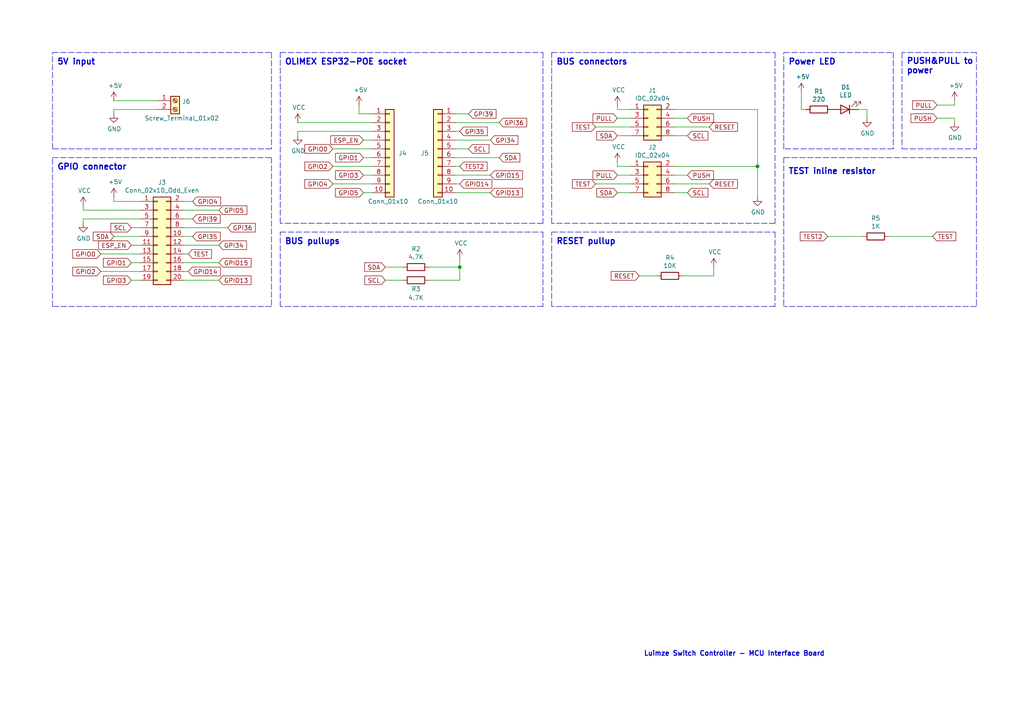
<source format=kicad_sch>
(kicad_sch (version 20211123) (generator eeschema)
  (paper "A4")
  (lib_symbols
    (symbol "Connector:Screw_Terminal_01x02" (pin_names (offset 1.016) hide)
      (property "Reference" "J" (at 0 2.54 0))
      (property "Value" "Screw_Terminal_01x02" (at 0 -5.08 0))
      (symbol "Screw_Terminal_01x02_1_1"
        (rectangle (start -1.27 1.27) (end 1.27 -3.81) (stroke (width 0.254)) (fill (type background)))
        (circle (center 0 -2.54) (radius 0.635) (stroke (width 0.1524)))
        (polyline (pts (xy -0.5334 -2.2098) (xy 0.3302 -3.048)) (stroke (width 0.1524)))
        (polyline (pts (xy -0.5334 0.3302) (xy 0.3302 -0.508)) (stroke (width 0.1524)))
        (polyline (pts (xy -0.3556 -2.032) (xy 0.508 -2.8702)) (stroke (width 0.1524)))
        (polyline (pts (xy -0.3556 0.508) (xy 0.508 -0.3302)) (stroke (width 0.1524)))
        (circle (center 0 0) (radius 0.635) (stroke (width 0.1524)))
        (pin passive line (at -5.08 0 0) (length 3.81) (name "Pin_1") (number "1"))
        (pin passive line (at -5.08 -2.54 0) (length 3.81) (name "Pin_2") (number "2"))
      )
    )
    (symbol "Connector_Generic:Conn_01x10" (pin_names (offset 1.016) hide)
      (property "Reference" "J" (at 0 12.7 0))
      (property "Value" "Conn_01x10" (at 0 -15.24 0))
      (symbol "Conn_01x10_1_1"
        (rectangle (start -1.27 -12.573) (end 0 -12.827) (stroke (width 0.1524)))
        (rectangle (start -1.27 -10.033) (end 0 -10.287) (stroke (width 0.1524)))
        (rectangle (start -1.27 -7.493) (end 0 -7.747) (stroke (width 0.1524)))
        (rectangle (start -1.27 -4.953) (end 0 -5.207) (stroke (width 0.1524)))
        (rectangle (start -1.27 -2.413) (end 0 -2.667) (stroke (width 0.1524)))
        (rectangle (start -1.27 0.127) (end 0 -0.127) (stroke (width 0.1524)))
        (rectangle (start -1.27 2.667) (end 0 2.413) (stroke (width 0.1524)))
        (rectangle (start -1.27 5.207) (end 0 4.953) (stroke (width 0.1524)))
        (rectangle (start -1.27 7.747) (end 0 7.493) (stroke (width 0.1524)))
        (rectangle (start -1.27 10.287) (end 0 10.033) (stroke (width 0.1524)))
        (rectangle (start -1.27 11.43) (end 1.27 -13.97) (stroke (width 0.254)) (fill (type background)))
        (pin passive line (at -5.08 10.16 0) (length 3.81) (name "Pin_1") (number "1"))
        (pin passive line (at -5.08 -12.7 0) (length 3.81) (name "Pin_10") (number "10"))
        (pin passive line (at -5.08 7.62 0) (length 3.81) (name "Pin_2") (number "2"))
        (pin passive line (at -5.08 5.08 0) (length 3.81) (name "Pin_3") (number "3"))
        (pin passive line (at -5.08 2.54 0) (length 3.81) (name "Pin_4") (number "4"))
        (pin passive line (at -5.08 0 0) (length 3.81) (name "Pin_5") (number "5"))
        (pin passive line (at -5.08 -2.54 0) (length 3.81) (name "Pin_6") (number "6"))
        (pin passive line (at -5.08 -5.08 0) (length 3.81) (name "Pin_7") (number "7"))
        (pin passive line (at -5.08 -7.62 0) (length 3.81) (name "Pin_8") (number "8"))
        (pin passive line (at -5.08 -10.16 0) (length 3.81) (name "Pin_9") (number "9"))
      )
    )
    (symbol "Connector_Generic:Conn_02x04_Odd_Even" (pin_names (offset 1.016) hide)
      (property "Reference" "J" (at 1.27 5.08 0))
      (property "Value" "Conn_02x04_Odd_Even" (at 1.27 -7.62 0))
      (symbol "Conn_02x04_Odd_Even_1_1"
        (rectangle (start -1.27 -4.953) (end 0 -5.207) (stroke (width 0.1524)))
        (rectangle (start -1.27 -2.413) (end 0 -2.667) (stroke (width 0.1524)))
        (rectangle (start -1.27 0.127) (end 0 -0.127) (stroke (width 0.1524)))
        (rectangle (start -1.27 2.667) (end 0 2.413) (stroke (width 0.1524)))
        (rectangle (start -1.27 3.81) (end 3.81 -6.35) (stroke (width 0.254)) (fill (type background)))
        (rectangle (start 3.81 -4.953) (end 2.54 -5.207) (stroke (width 0.1524)))
        (rectangle (start 3.81 -2.413) (end 2.54 -2.667) (stroke (width 0.1524)))
        (rectangle (start 3.81 0.127) (end 2.54 -0.127) (stroke (width 0.1524)))
        (rectangle (start 3.81 2.667) (end 2.54 2.413) (stroke (width 0.1524)))
        (pin passive line (at -5.08 2.54 0) (length 3.81) (name "Pin_1") (number "1"))
        (pin passive line (at 7.62 2.54 180) (length 3.81) (name "Pin_2") (number "2"))
        (pin passive line (at -5.08 0 0) (length 3.81) (name "Pin_3") (number "3"))
        (pin passive line (at 7.62 0 180) (length 3.81) (name "Pin_4") (number "4"))
        (pin passive line (at -5.08 -2.54 0) (length 3.81) (name "Pin_5") (number "5"))
        (pin passive line (at 7.62 -2.54 180) (length 3.81) (name "Pin_6") (number "6"))
        (pin passive line (at -5.08 -5.08 0) (length 3.81) (name "Pin_7") (number "7"))
        (pin passive line (at 7.62 -5.08 180) (length 3.81) (name "Pin_8") (number "8"))
      )
    )
    (symbol "Connector_Generic:Conn_02x10_Odd_Even" (pin_names (offset 1.016) hide)
      (property "Reference" "J" (at 1.27 12.7 0))
      (property "Value" "Conn_02x10_Odd_Even" (at 1.27 -15.24 0))
      (symbol "Conn_02x10_Odd_Even_1_1"
        (rectangle (start -1.27 -12.573) (end 0 -12.827) (stroke (width 0.1524)))
        (rectangle (start -1.27 -10.033) (end 0 -10.287) (stroke (width 0.1524)))
        (rectangle (start -1.27 -7.493) (end 0 -7.747) (stroke (width 0.1524)))
        (rectangle (start -1.27 -4.953) (end 0 -5.207) (stroke (width 0.1524)))
        (rectangle (start -1.27 -2.413) (end 0 -2.667) (stroke (width 0.1524)))
        (rectangle (start -1.27 0.127) (end 0 -0.127) (stroke (width 0.1524)))
        (rectangle (start -1.27 2.667) (end 0 2.413) (stroke (width 0.1524)))
        (rectangle (start -1.27 5.207) (end 0 4.953) (stroke (width 0.1524)))
        (rectangle (start -1.27 7.747) (end 0 7.493) (stroke (width 0.1524)))
        (rectangle (start -1.27 10.287) (end 0 10.033) (stroke (width 0.1524)))
        (rectangle (start -1.27 11.43) (end 3.81 -13.97) (stroke (width 0.254)) (fill (type background)))
        (rectangle (start 3.81 -12.573) (end 2.54 -12.827) (stroke (width 0.1524)))
        (rectangle (start 3.81 -10.033) (end 2.54 -10.287) (stroke (width 0.1524)))
        (rectangle (start 3.81 -7.493) (end 2.54 -7.747) (stroke (width 0.1524)))
        (rectangle (start 3.81 -4.953) (end 2.54 -5.207) (stroke (width 0.1524)))
        (rectangle (start 3.81 -2.413) (end 2.54 -2.667) (stroke (width 0.1524)))
        (rectangle (start 3.81 0.127) (end 2.54 -0.127) (stroke (width 0.1524)))
        (rectangle (start 3.81 2.667) (end 2.54 2.413) (stroke (width 0.1524)))
        (rectangle (start 3.81 5.207) (end 2.54 4.953) (stroke (width 0.1524)))
        (rectangle (start 3.81 7.747) (end 2.54 7.493) (stroke (width 0.1524)))
        (rectangle (start 3.81 10.287) (end 2.54 10.033) (stroke (width 0.1524)))
        (pin passive line (at -5.08 10.16 0) (length 3.81) (name "Pin_1") (number "1"))
        (pin passive line (at 7.62 0 180) (length 3.81) (name "Pin_10") (number "10"))
        (pin passive line (at -5.08 -2.54 0) (length 3.81) (name "Pin_11") (number "11"))
        (pin passive line (at 7.62 -2.54 180) (length 3.81) (name "Pin_12") (number "12"))
        (pin passive line (at -5.08 -5.08 0) (length 3.81) (name "Pin_13") (number "13"))
        (pin passive line (at 7.62 -5.08 180) (length 3.81) (name "Pin_14") (number "14"))
        (pin passive line (at -5.08 -7.62 0) (length 3.81) (name "Pin_15") (number "15"))
        (pin passive line (at 7.62 -7.62 180) (length 3.81) (name "Pin_16") (number "16"))
        (pin passive line (at -5.08 -10.16 0) (length 3.81) (name "Pin_17") (number "17"))
        (pin passive line (at 7.62 -10.16 180) (length 3.81) (name "Pin_18") (number "18"))
        (pin passive line (at -5.08 -12.7 0) (length 3.81) (name "Pin_19") (number "19"))
        (pin passive line (at 7.62 10.16 180) (length 3.81) (name "Pin_2") (number "2"))
        (pin passive line (at 7.62 -12.7 180) (length 3.81) (name "Pin_20") (number "20"))
        (pin passive line (at -5.08 7.62 0) (length 3.81) (name "Pin_3") (number "3"))
        (pin passive line (at 7.62 7.62 180) (length 3.81) (name "Pin_4") (number "4"))
        (pin passive line (at -5.08 5.08 0) (length 3.81) (name "Pin_5") (number "5"))
        (pin passive line (at 7.62 5.08 180) (length 3.81) (name "Pin_6") (number "6"))
        (pin passive line (at -5.08 2.54 0) (length 3.81) (name "Pin_7") (number "7"))
        (pin passive line (at 7.62 2.54 180) (length 3.81) (name "Pin_8") (number "8"))
        (pin passive line (at -5.08 0 0) (length 3.81) (name "Pin_9") (number "9"))
      )
    )
    (symbol "Device:LED" (pin_numbers hide) (pin_names (offset 1.016) hide)
      (property "Reference" "D" (at 0 2.54 0))
      (property "Value" "LED" (at 0 -2.54 0))
      (symbol "LED_0_1"
        (polyline (pts (xy -1.27 -1.27) (xy -1.27 1.27)) (stroke (width 0.254)))
        (polyline (pts (xy -1.27 0) (xy 1.27 0)))
        (polyline (pts (xy 1.27 -1.27) (xy 1.27 1.27) (xy -1.27 0) (xy 1.27 -1.27)) (stroke (width 0.254)))
        (polyline (pts (xy -3.048 -0.762) (xy -4.572 -2.286) (xy -3.81 -2.286) (xy -4.572 -2.286) (xy -4.572 -1.524)))
        (polyline (pts (xy -1.778 -0.762) (xy -3.302 -2.286) (xy -2.54 -2.286) (xy -3.302 -2.286) (xy -3.302 -1.524)))
      )
      (symbol "LED_1_1"
        (pin passive line (at -3.81 0 0) (length 2.54) (name "K") (number "1"))
        (pin passive line (at 3.81 0 180) (length 2.54) (name "A") (number "2"))
      )
    )
    (symbol "Device:R" (pin_numbers hide) (pin_names (offset 0))
      (property "Reference" "R" (at 2.032 0 90))
      (property "Value" "R" (at 0 0 90))
      (symbol "R_0_1"
        (rectangle (start -1.016 -2.54) (end 1.016 2.54) (stroke (width 0.254)))
      )
      (symbol "R_1_1"
        (pin passive line (at 0 3.81 270) (length 1.27) (name "~") (number "1"))
        (pin passive line (at 0 -3.81 90) (length 1.27) (name "~") (number "2"))
      )
    )
    (symbol "power:+5V" (power) (pin_names (offset 0))
      (property "Value" "+5V" (at 0 3.556 0))
      (symbol "+5V_0_1"
        (polyline (pts (xy -0.762 1.27) (xy 0 2.54)))
        (polyline (pts (xy 0 0) (xy 0 2.54)))
        (polyline (pts (xy 0 2.54) (xy 0.762 1.27)))
      )
      (symbol "+5V_1_1"
        (pin power_in line (at 0 0 90) (length 0) hide (name "+5V") (number "1"))
      )
    )
    (symbol "power:GND" (power) (pin_names (offset 0))
      (property "Value" "GND" (at 0 -3.81 0))
      (symbol "GND_0_1"
        (polyline (pts (xy 0 0) (xy 0 -1.27) (xy 1.27 -1.27) (xy 0 -2.54) (xy -1.27 -1.27) (xy 0 -1.27)))
      )
      (symbol "GND_1_1"
        (pin power_in line (at 0 0 270) (length 0) hide (name "GND") (number "1"))
      )
    )
    (symbol "power:VCC" (power) (pin_names (offset 0))
      (property "Value" "VCC" (at 0 3.81 0))
      (symbol "VCC_0_1"
        (polyline (pts (xy -0.762 1.27) (xy 0 2.54)))
        (polyline (pts (xy 0 0) (xy 0 2.54)))
        (polyline (pts (xy 0 2.54) (xy 0.762 1.27)))
      )
      (symbol "VCC_1_1"
        (pin power_in line (at 0 0 90) (length 0) hide (name "VCC") (number "1"))
      )
    )
  )
  (junction (at 133.35 77.47))
  (junction (at 219.71 48.26))
  (wire (pts (xy 207.01 77.47) (xy 207.01 80.01)))
  (wire (pts (xy 232.41 26.67) (xy 232.41 31.75)))
  (wire (pts (xy 53.34 76.2) (xy 63.5 76.2)))
  (wire (pts (xy 133.35 81.28) (xy 124.46 81.28)))
  (wire (pts (xy 53.34 73.66) (xy 54.61 73.66)))
  (polyline (pts (xy 157.48 15.24) (xy 157.48 64.77)))
  (wire (pts (xy 195.58 39.37) (xy 199.39 39.37)))
  (wire (pts (xy 172.72 36.83) (xy 182.88 36.83)))
  (wire (pts (xy 132.08 35.56) (xy 144.78 35.56)))
  (wire (pts (xy 53.34 81.28) (xy 63.5 81.28)))
  (wire (pts (xy 132.08 45.72) (xy 144.78 45.72)))
  (wire (pts (xy 195.58 31.75) (xy 219.71 31.75)))
  (wire (pts (xy 111.76 81.28) (xy 116.84 81.28)))
  (wire (pts (xy 195.58 50.8) (xy 199.39 50.8)))
  (wire (pts (xy 132.08 40.64) (xy 142.24 40.64)))
  (wire (pts (xy 124.46 77.47) (xy 133.35 77.47)))
  (wire (pts (xy 132.08 33.02) (xy 135.89 33.02)))
  (polyline (pts (xy 81.28 64.77) (xy 81.28 15.24)))
  (polyline (pts (xy 78.74 45.72) (xy 78.74 88.9)))
  (wire (pts (xy 271.78 30.48) (xy 276.86 30.48)))
  (wire (pts (xy 24.13 63.5) (xy 40.64 63.5)))
  (wire (pts (xy 276.86 30.48) (xy 276.86 29.21)))
  (polyline (pts (xy 81.28 15.24) (xy 157.48 15.24)))
  (polyline (pts (xy 224.79 64.77) (xy 160.02 64.77)))
  (polyline (pts (xy 227.33 15.24) (xy 259.08 15.24)))
  (wire (pts (xy 38.1 76.2) (xy 40.64 76.2)))
  (wire (pts (xy 33.02 57.15) (xy 33.02 58.42)))
  (wire (pts (xy 86.36 38.1) (xy 107.95 38.1)))
  (polyline (pts (xy 160.02 88.9) (xy 160.02 67.31)))
  (wire (pts (xy 33.02 68.58) (xy 40.64 68.58)))
  (wire (pts (xy 105.41 45.72) (xy 107.95 45.72)))
  (polyline (pts (xy 81.28 88.9) (xy 81.28 67.31)))
  (wire (pts (xy 172.72 53.34) (xy 182.88 53.34)))
  (wire (pts (xy 179.07 55.88) (xy 182.88 55.88)))
  (polyline (pts (xy 283.21 88.9) (xy 227.33 88.9)))
  (polyline (pts (xy 261.62 15.24) (xy 261.62 43.18)))
  (polyline (pts (xy 78.74 15.24) (xy 78.74 43.18)))
  (wire (pts (xy 33.02 58.42) (xy 40.64 58.42)))
  (wire (pts (xy 53.34 58.42) (xy 55.88 58.42)))
  (wire (pts (xy 179.07 48.26) (xy 182.88 48.26)))
  (polyline (pts (xy 227.33 45.72) (xy 283.21 45.72)))
  (wire (pts (xy 24.13 60.96) (xy 40.64 60.96)))
  (wire (pts (xy 219.71 48.26) (xy 219.71 57.15)))
  (polyline (pts (xy 283.21 45.72) (xy 283.21 88.9)))
  (wire (pts (xy 33.02 31.75) (xy 45.72 31.75)))
  (wire (pts (xy 248.92 31.75) (xy 251.46 31.75)))
  (polyline (pts (xy 15.24 88.9) (xy 15.24 45.72)))
  (wire (pts (xy 132.08 55.88) (xy 142.24 55.88)))
  (wire (pts (xy 195.58 53.34) (xy 205.74 53.34)))
  (wire (pts (xy 53.34 63.5) (xy 55.88 63.5)))
  (wire (pts (xy 271.78 34.29) (xy 276.86 34.29)))
  (wire (pts (xy 257.81 68.58) (xy 270.51 68.58)))
  (wire (pts (xy 133.35 74.93) (xy 133.35 77.47)))
  (wire (pts (xy 132.08 50.8) (xy 142.24 50.8)))
  (wire (pts (xy 133.35 77.47) (xy 133.35 81.28)))
  (wire (pts (xy 53.34 68.58) (xy 55.88 68.58)))
  (polyline (pts (xy 15.24 43.18) (xy 15.24 15.24)))
  (wire (pts (xy 53.34 66.04) (xy 66.04 66.04)))
  (polyline (pts (xy 259.08 15.24) (xy 259.08 43.18)))
  (wire (pts (xy 105.41 40.64) (xy 107.95 40.64)))
  (polyline (pts (xy 78.74 88.9) (xy 15.24 88.9)))
  (polyline (pts (xy 224.79 88.9) (xy 160.02 88.9)))
  (polyline (pts (xy 157.48 88.9) (xy 81.28 88.9)))
  (wire (pts (xy 185.42 80.01) (xy 190.5 80.01)))
  (polyline (pts (xy 160.02 15.24) (xy 224.79 15.24)))
  (wire (pts (xy 33.02 33.02) (xy 33.02 31.75)))
  (wire (pts (xy 195.58 36.83) (xy 205.74 36.83)))
  (wire (pts (xy 240.03 68.58) (xy 250.19 68.58)))
  (polyline (pts (xy 227.33 43.18) (xy 227.33 15.24)))
  (polyline (pts (xy 157.48 64.77) (xy 81.28 64.77)))
  (wire (pts (xy 132.08 48.26) (xy 133.35 48.26)))
  (wire (pts (xy 104.14 30.48) (xy 104.14 33.02)))
  (wire (pts (xy 38.1 71.12) (xy 40.64 71.12)))
  (polyline (pts (xy 283.21 15.24) (xy 261.62 15.24)))
  (wire (pts (xy 251.46 31.75) (xy 251.46 34.29)))
  (wire (pts (xy 111.76 77.47) (xy 116.84 77.47)))
  (polyline (pts (xy 227.33 45.72) (xy 227.33 88.9)))
  (wire (pts (xy 132.08 53.34) (xy 133.35 53.34)))
  (wire (pts (xy 33.02 29.21) (xy 45.72 29.21)))
  (wire (pts (xy 179.07 50.8) (xy 182.88 50.8)))
  (wire (pts (xy 195.58 34.29) (xy 199.39 34.29)))
  (wire (pts (xy 86.36 39.37) (xy 86.36 38.1)))
  (wire (pts (xy 53.34 71.12) (xy 63.5 71.12)))
  (wire (pts (xy 179.07 46.99) (xy 179.07 48.26)))
  (polyline (pts (xy 160.02 64.77) (xy 160.02 15.24)))
  (wire (pts (xy 38.1 81.28) (xy 40.64 81.28)))
  (polyline (pts (xy 283.21 43.18) (xy 283.21 15.24)))
  (polyline (pts (xy 224.79 15.24) (xy 224.79 64.77)))
  (wire (pts (xy 53.34 78.74) (xy 54.61 78.74)))
  (wire (pts (xy 24.13 64.77) (xy 24.13 63.5)))
  (wire (pts (xy 29.21 78.74) (xy 40.64 78.74)))
  (wire (pts (xy 105.41 55.88) (xy 107.95 55.88)))
  (wire (pts (xy 219.71 31.75) (xy 219.71 48.26)))
  (polyline (pts (xy 160.02 67.31) (xy 224.79 67.31)))
  (polyline (pts (xy 81.28 67.31) (xy 157.48 67.31)))
  (polyline (pts (xy 15.24 45.72) (xy 78.74 45.72)))
  (wire (pts (xy 179.07 34.29) (xy 182.88 34.29)))
  (wire (pts (xy 132.08 43.18) (xy 135.89 43.18)))
  (wire (pts (xy 132.08 38.1) (xy 133.35 38.1)))
  (polyline (pts (xy 78.74 43.18) (xy 15.24 43.18)))
  (wire (pts (xy 179.07 30.48) (xy 179.07 31.75)))
  (wire (pts (xy 29.21 73.66) (xy 40.64 73.66)))
  (wire (pts (xy 24.13 59.69) (xy 24.13 60.96)))
  (polyline (pts (xy 15.24 15.24) (xy 78.74 15.24)))
  (wire (pts (xy 96.52 43.18) (xy 107.95 43.18)))
  (wire (pts (xy 104.14 33.02) (xy 107.95 33.02)))
  (wire (pts (xy 53.34 60.96) (xy 63.5 60.96)))
  (wire (pts (xy 96.52 53.34) (xy 107.95 53.34)))
  (wire (pts (xy 86.36 35.56) (xy 107.95 35.56)))
  (wire (pts (xy 198.12 80.01) (xy 207.01 80.01)))
  (wire (pts (xy 179.07 31.75) (xy 182.88 31.75)))
  (wire (pts (xy 232.41 31.75) (xy 233.68 31.75)))
  (wire (pts (xy 195.58 55.88) (xy 199.39 55.88)))
  (wire (pts (xy 179.07 39.37) (xy 182.88 39.37)))
  (wire (pts (xy 195.58 48.26) (xy 219.71 48.26)))
  (wire (pts (xy 276.86 34.29) (xy 276.86 35.56)))
  (wire (pts (xy 96.52 48.26) (xy 107.95 48.26)))
  (polyline (pts (xy 259.08 43.18) (xy 227.33 43.18)))
  (wire (pts (xy 105.41 50.8) (xy 107.95 50.8)))
  (polyline (pts (xy 157.48 67.31) (xy 157.48 88.9)))
  (polyline (pts (xy 224.79 67.31) (xy 224.79 88.9)))
  (polyline (pts (xy 261.62 43.18) (xy 283.21 43.18)))
  (wire (pts (xy 38.1 66.04) (xy 40.64 66.04)))
  (text "TEST inline resistor" (at 228.6 50.8 0) (effects (font (size 1.7018 1.7018) (thickness 0.3404) bold) (justify left bottom)))
  (text "BUS pullups" (at 82.55 71.12 0) (effects (font (size 1.7018 1.7018) (thickness 0.3404) bold) (justify left bottom)))
  (text "OLIMEX ESP32-POE socket" (at 82.55 19.05 0) (effects (font (size 1.7018 1.7018) (thickness 0.3404) bold) (justify left bottom)))
  (text "PUSH&PULL to\npower" (at 262.89 21.59 0) (effects (font (size 1.7018 1.7018) (thickness 0.3404) bold) (justify left bottom)))
  (text "GPIO connector" (at 16.51 49.53 0) (effects (font (size 1.7018 1.7018) (thickness 0.3404) bold) (justify left bottom)))
  (text "BUS connectors" (at 161.29 19.05 0) (effects (font (size 1.7018 1.7018) (thickness 0.3404) bold) (justify left bottom)))
  (text "Luimze Switch Controller - MCU Interface Board" (at 186.69 190.5 0) (effects (font (size 1.397 1.397) (thickness 0.2794) bold) (justify left bottom)))
  (text "5V input" (at 16.51 19.05 0) (effects (font (size 1.7018 1.7018) (thickness 0.3404) bold) (justify left bottom)))
  (text "Power LED" (at 228.6 19.05 0) (effects (font (size 1.7018 1.7018) (thickness 0.3404) bold) (justify left bottom)))
  (text "RESET pullup" (at 161.29 71.12 0) (effects (font (size 1.7018 1.7018) (thickness 0.3404) bold) (justify left bottom)))
  (global_label "GPI36" (shape input) (at 66.04 66.04 0) (property "Intersheet References" "${INTERSHEET_REFS}" (effects hide)))
  (global_label "GPI35" (shape input) (at 55.88 68.58 0) (property "Intersheet References" "${INTERSHEET_REFS}" (effects hide)))
  (global_label "TEST" (shape input) (at 172.72 53.34 180) (property "Intersheet References" "${INTERSHEET_REFS}" (effects hide)))
  (global_label "GPI39" (shape input) (at 55.88 63.5 0) (property "Intersheet References" "${INTERSHEET_REFS}" (effects hide)))
  (global_label "SDA" (shape input) (at 111.76 77.47 180) (property "Intersheet References" "${INTERSHEET_REFS}" (effects hide)))
  (global_label "SCL" (shape input) (at 135.89 43.18 0) (property "Intersheet References" "${INTERSHEET_REFS}" (effects hide)))
  (global_label "GPI34" (shape input) (at 142.24 40.64 0) (property "Intersheet References" "${INTERSHEET_REFS}" (effects hide)))
  (global_label "GPIO15" (shape input) (at 63.5 76.2 0) (property "Intersheet References" "${INTERSHEET_REFS}" (effects hide)))
  (global_label "GPI34" (shape input) (at 63.5 71.12 0) (property "Intersheet References" "${INTERSHEET_REFS}" (effects hide)))
  (global_label "SCL" (shape input) (at 111.76 81.28 180) (property "Intersheet References" "${INTERSHEET_REFS}" (effects hide)))
  (global_label "PULL" (shape input) (at 271.78 30.48 180) (property "Intersheet References" "${INTERSHEET_REFS}" (effects hide)))
  (global_label "GPIO3" (shape input) (at 38.1 81.28 180) (property "Intersheet References" "${INTERSHEET_REFS}" (effects hide)))
  (global_label "TEST2" (shape input) (at 133.35 48.26 0) (property "Intersheet References" "${INTERSHEET_REFS}" (effects hide)))
  (global_label "GPIO5" (shape input) (at 63.5 60.96 0) (property "Intersheet References" "${INTERSHEET_REFS}" (effects hide)))
  (global_label "GPIO15" (shape input) (at 142.24 50.8 0) (property "Intersheet References" "${INTERSHEET_REFS}" (effects hide)))
  (global_label "GPIO2" (shape input) (at 29.21 78.74 180) (property "Intersheet References" "${INTERSHEET_REFS}" (effects hide)))
  (global_label "TEST2" (shape input) (at 240.03 68.58 180) (property "Intersheet References" "${INTERSHEET_REFS}" (effects hide)))
  (global_label "GPI39" (shape input) (at 135.89 33.02 0) (property "Intersheet References" "${INTERSHEET_REFS}" (effects hide)))
  (global_label "GPIO4" (shape input) (at 55.88 58.42 0) (property "Intersheet References" "${INTERSHEET_REFS}" (effects hide)))
  (global_label "SCL" (shape input) (at 199.39 55.88 0) (property "Intersheet References" "${INTERSHEET_REFS}" (effects hide)))
  (global_label "GPIO13" (shape input) (at 63.5 81.28 0) (property "Intersheet References" "${INTERSHEET_REFS}" (effects hide)))
  (global_label "ESP_EN" (shape input) (at 38.1 71.12 180) (property "Intersheet References" "${INTERSHEET_REFS}" (effects hide)))
  (global_label "GPIO5" (shape input) (at 105.41 55.88 180) (property "Intersheet References" "${INTERSHEET_REFS}" (effects hide)))
  (global_label "GPIO4" (shape input) (at 96.52 53.34 180) (property "Intersheet References" "${INTERSHEET_REFS}" (effects hide)))
  (global_label "PUSH" (shape input) (at 199.39 50.8 0) (property "Intersheet References" "${INTERSHEET_REFS}" (effects hide)))
  (global_label "RESET" (shape input) (at 205.74 36.83 0) (property "Intersheet References" "${INTERSHEET_REFS}" (effects hide)))
  (global_label "TEST" (shape input) (at 54.61 73.66 0) (property "Intersheet References" "${INTERSHEET_REFS}" (effects hide)))
  (global_label "GPI36" (shape input) (at 144.78 35.56 0) (property "Intersheet References" "${INTERSHEET_REFS}" (effects hide)))
  (global_label "TEST" (shape input) (at 172.72 36.83 180) (property "Intersheet References" "${INTERSHEET_REFS}" (effects hide)))
  (global_label "SCL" (shape input) (at 38.1 66.04 180) (property "Intersheet References" "${INTERSHEET_REFS}" (effects hide)))
  (global_label "SDA" (shape input) (at 179.07 55.88 180) (property "Intersheet References" "${INTERSHEET_REFS}" (effects hide)))
  (global_label "GPIO3" (shape input) (at 105.41 50.8 180) (property "Intersheet References" "${INTERSHEET_REFS}" (effects hide)))
  (global_label "GPIO14" (shape input) (at 54.61 78.74 0) (property "Intersheet References" "${INTERSHEET_REFS}" (effects hide)))
  (global_label "PULL" (shape input) (at 179.07 34.29 180) (property "Intersheet References" "${INTERSHEET_REFS}" (effects hide)))
  (global_label "ESP_EN" (shape input) (at 105.41 40.64 180) (property "Intersheet References" "${INTERSHEET_REFS}" (effects hide)))
  (global_label "SDA" (shape input) (at 144.78 45.72 0) (property "Intersheet References" "${INTERSHEET_REFS}" (effects hide)))
  (global_label "PUSH" (shape input) (at 199.39 34.29 0) (property "Intersheet References" "${INTERSHEET_REFS}" (effects hide)))
  (global_label "PULL" (shape input) (at 179.07 50.8 180) (property "Intersheet References" "${INTERSHEET_REFS}" (effects hide)))
  (global_label "GPIO1" (shape input) (at 38.1 76.2 180) (property "Intersheet References" "${INTERSHEET_REFS}" (effects hide)))
  (global_label "GPIO0" (shape input) (at 29.21 73.66 180) (property "Intersheet References" "${INTERSHEET_REFS}" (effects hide)))
  (global_label "SCL" (shape input) (at 199.39 39.37 0) (property "Intersheet References" "${INTERSHEET_REFS}" (effects hide)))
  (global_label "RESET" (shape input) (at 205.74 53.34 0) (property "Intersheet References" "${INTERSHEET_REFS}" (effects hide)))
  (global_label "GPI35" (shape input) (at 133.35 38.1 0) (property "Intersheet References" "${INTERSHEET_REFS}" (effects hide)))
  (global_label "SDA" (shape input) (at 33.02 68.58 180) (property "Intersheet References" "${INTERSHEET_REFS}" (effects hide)))
  (global_label "GPIO14" (shape input) (at 133.35 53.34 0) (property "Intersheet References" "${INTERSHEET_REFS}" (effects hide)))
  (global_label "RESET" (shape input) (at 185.42 80.01 180) (property "Intersheet References" "${INTERSHEET_REFS}" (effects hide)))
  (global_label "GPIO13" (shape input) (at 142.24 55.88 0) (property "Intersheet References" "${INTERSHEET_REFS}" (effects hide)))
  (global_label "GPIO0" (shape input) (at 96.52 43.18 180) (property "Intersheet References" "${INTERSHEET_REFS}" (effects hide)))
  (global_label "TEST" (shape input) (at 270.51 68.58 0) (property "Intersheet References" "${INTERSHEET_REFS}" (effects hide)))
  (global_label "SDA" (shape input) (at 179.07 39.37 180) (property "Intersheet References" "${INTERSHEET_REFS}" (effects hide)))
  (global_label "GPIO1" (shape input) (at 105.41 45.72 180) (property "Intersheet References" "${INTERSHEET_REFS}" (effects hide)))
  (global_label "PUSH" (shape input) (at 271.78 34.29 180) (property "Intersheet References" "${INTERSHEET_REFS}" (effects hide)))
  (global_label "GPIO2" (shape input) (at 96.52 48.26 180) (property "Intersheet References" "${INTERSHEET_REFS}" (effects hide)))
  (symbol (lib_id "Connector_Generic:Conn_01x10") (at 113.03 43.18 0) (unit 1)
    (property "Reference" "J4" (at 115.57 44.45 0) (effects (justify left)))
    (property "Value" "Conn_01x10" (at 106.68 58.42 0) (effects (justify left)))
    (property "Footprint" "Connector_PinHeader_2.54mm:PinHeader_1x10_P2.54mm_Vertical" (effects hide))
  )
  (symbol (lib_id "Connector_Generic:Conn_01x10") (at 127 43.18 0) (mirror y) (unit 1)
    (property "Reference" "J5" (at 123.19 44.45 0))
    (property "Value" "Conn_01x10" (at 127 58.42 0))
    (property "Footprint" "Connector_PinHeader_2.54mm:PinHeader_1x10_P2.54mm_Vertical" (effects hide))
  )
  (symbol (lib_id "Connector_Generic:Conn_02x04_Odd_Even") (at 187.96 34.29 0) (unit 1)
    (property "Reference" "J1" (at 189.23 26.2382 0))
    (property "Value" "IDC_02x04" (at 189.23 28.5496 0))
    (property "Footprint" "Connector_IDC:IDC-Header_2x04_P2.54mm_Vertical" (effects hide))
  )
  (symbol (lib_id "Connector_Generic:Conn_02x04_Odd_Even") (at 187.96 50.8 0) (unit 1)
    (property "Reference" "J2" (at 189.23 42.7482 0))
    (property "Value" "IDC_02x04" (at 189.23 45.0596 0))
    (property "Footprint" "Connector_IDC:IDC-Header_2x04_P2.54mm_Vertical" (effects hide))
  )
  (symbol (lib_id "power:VCC") (at 179.07 30.48 0) (unit 1)
    (property "Reference" "#PWR0101" (effects hide))
    (property "Value" "VCC" (at 179.451 26.0858 0))
  )
  (symbol (lib_id "power:VCC") (at 179.07 46.99 0) (unit 1)
    (property "Reference" "#PWR0102" (effects hide))
    (property "Value" "VCC" (at 179.451 42.5958 0))
  )
  (symbol (lib_id "power:GND") (at 219.71 57.15 0) (unit 1)
    (property "Reference" "#PWR0103" (effects hide))
    (property "Value" "GND" (at 219.837 61.5442 0))
  )
  (symbol (lib_id "power:+5V") (at 104.14 30.48 0) (unit 1)
    (property "Reference" "#PWR0104" (effects hide))
    (property "Value" "+5V" (at 104.521 26.0858 0))
  )
  (symbol (lib_id "power:VCC") (at 86.36 35.56 0) (unit 1)
    (property "Reference" "#PWR0105" (effects hide))
    (property "Value" "VCC" (at 86.741 31.1658 0))
  )
  (symbol (lib_id "power:GND") (at 86.36 39.37 0) (unit 1)
    (property "Reference" "#PWR0106" (effects hide))
    (property "Value" "GND" (at 86.487 43.7642 0))
  )
  (symbol (lib_id "Connector:Screw_Terminal_01x02") (at 50.8 29.21 0) (unit 1)
    (property "Reference" "J6" (at 52.832 29.4132 0) (effects (justify left)))
    (property "Value" "Screw_Terminal_01x02" (at 41.91 34.29 0) (effects (justify left)))
    (property "Footprint" "TerminalBlock_4Ucon:TerminalBlock_4Ucon_1x02_P3.50mm_Horizontal" (effects hide))
  )
  (symbol (lib_id "power:GND") (at 33.02 33.02 0) (unit 1)
    (property "Reference" "#PWR0107" (effects hide))
    (property "Value" "GND" (at 33.147 37.4142 0))
  )
  (symbol (lib_id "power:+5V") (at 33.02 29.21 0) (unit 1)
    (property "Reference" "#PWR0108" (effects hide))
    (property "Value" "+5V" (at 33.401 24.8158 0))
  )
  (symbol (lib_id "Connector_Generic:Conn_02x10_Odd_Even") (at 45.72 68.58 0) (unit 1)
    (property "Reference" "J3" (at 46.99 52.9082 0))
    (property "Value" "Conn_02x10_Odd_Even" (at 46.99 55.2196 0))
    (property "Footprint" "Connector_IDC:IDC-Header_2x10_P2.54mm_Vertical" (effects hide))
  )
  (symbol (lib_id "power:+5V") (at 33.02 57.15 0) (unit 1)
    (property "Reference" "#PWR0109" (effects hide))
    (property "Value" "+5V" (at 33.401 52.7558 0))
  )
  (symbol (lib_id "power:VCC") (at 24.13 59.69 0) (unit 1)
    (property "Reference" "#PWR0110" (effects hide))
    (property "Value" "VCC" (at 24.511 55.2958 0))
  )
  (symbol (lib_id "power:GND") (at 24.13 64.77 0) (unit 1)
    (property "Reference" "#PWR0111" (effects hide))
    (property "Value" "GND" (at 24.257 69.1642 0))
  )
  (symbol (lib_id "power:+5V") (at 232.41 26.67 0) (unit 1)
    (property "Reference" "#PWR0112" (effects hide))
    (property "Value" "+5V" (at 232.791 22.2758 0))
  )
  (symbol (lib_id "Device:R") (at 237.49 31.75 270) (unit 1)
    (property "Reference" "R1" (at 237.49 26.4922 90))
    (property "Value" "220" (at 237.49 28.8036 90))
    (property "Footprint" "Resistor_THT:R_Axial_DIN0207_L6.3mm_D2.5mm_P10.16mm_Horizontal" (effects hide))
  )
  (symbol (lib_id "Device:LED") (at 245.11 31.75 180) (unit 1)
    (property "Reference" "D1" (at 245.2878 25.273 0))
    (property "Value" "LED" (at 245.2878 27.5844 0))
    (property "Footprint" "LED_SMD:LED_0805_2012Metric" (effects hide))
  )
  (symbol (lib_id "power:GND") (at 251.46 34.29 0) (unit 1)
    (property "Reference" "#PWR0113" (effects hide))
    (property "Value" "GND" (at 251.587 38.6842 0))
  )
  (symbol (lib_id "power:GND") (at 276.86 35.56 0) (unit 1)
    (property "Reference" "#PWR0115" (effects hide))
    (property "Value" "GND" (at 276.987 39.9542 0))
  )
  (symbol (lib_id "Device:R") (at 120.65 77.47 270) (unit 1)
    (property "Reference" "R2" (at 120.65 72.2122 90))
    (property "Value" "4.7K" (at 120.65 74.5236 90))
    (property "Footprint" "Resistor_THT:R_Axial_DIN0207_L6.3mm_D2.5mm_P10.16mm_Horizontal" (effects hide))
  )
  (symbol (lib_id "Device:R") (at 120.65 81.28 270) (unit 1)
    (property "Reference" "R3" (at 120.65 83.82 90))
    (property "Value" "4.7K" (at 120.65 86.36 90))
    (property "Footprint" "Resistor_THT:R_Axial_DIN0207_L6.3mm_D2.5mm_P10.16mm_Horizontal" (effects hide))
  )
  (symbol (lib_id "power:VCC") (at 133.35 74.93 0) (unit 1)
    (property "Reference" "#PWR0116" (effects hide))
    (property "Value" "VCC" (at 133.731 70.5358 0))
  )
  (symbol (lib_id "power:+5V") (at 276.86 29.21 0) (unit 1)
    (property "Reference" "#PWR0114" (effects hide))
    (property "Value" "+5V" (at 277.241 24.8158 0))
  )
  (symbol (lib_id "power:VCC") (at 207.01 77.47 0) (unit 1)
    (property "Reference" "#PWR?" (effects hide))
    (property "Value" "VCC" (at 207.391 73.0758 0))
  )
  (symbol (lib_id "Device:R") (at 254 68.58 270) (unit 1)
    (property "Reference" "R5" (at 254 63.3222 90))
    (property "Value" "1K" (at 254 65.6336 90))
    (property "Footprint" "Resistor_THT:R_Axial_DIN0207_L6.3mm_D2.5mm_P10.16mm_Horizontal" (effects hide))
  )
  (symbol (lib_id "Device:R") (at 194.31 80.01 270) (unit 1)
    (property "Reference" "R4" (at 194.31 74.7522 90))
    (property "Value" "10K" (at 194.31 77.0636 90))
    (property "Footprint" "Resistor_THT:R_Axial_DIN0207_L6.3mm_D2.5mm_P10.16mm_Horizontal" (effects hide))
  )
)
</source>
